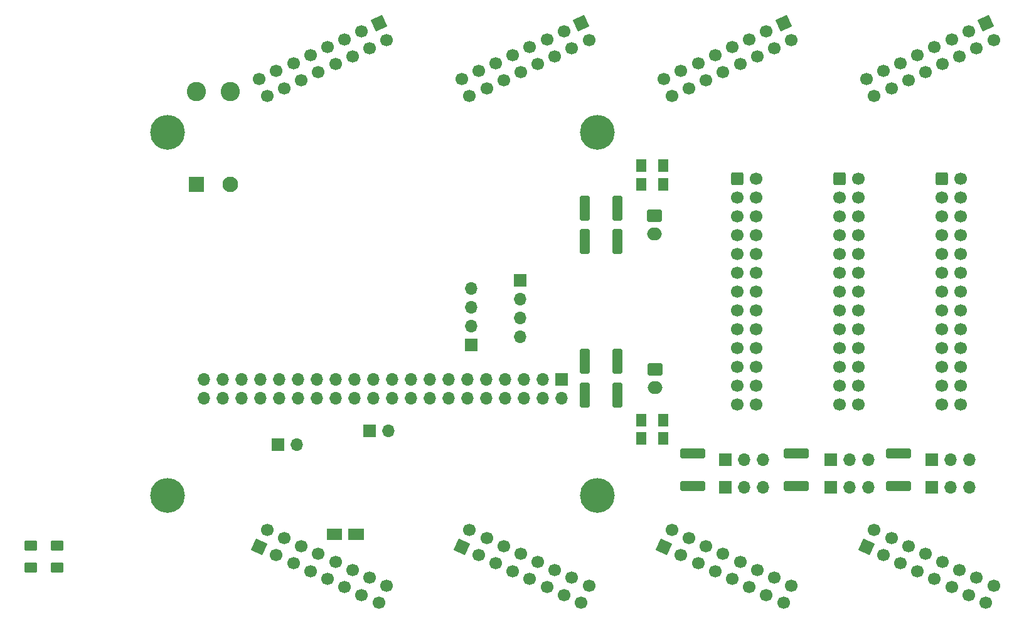
<source format=gbr>
%TF.GenerationSoftware,KiCad,Pcbnew,7.0.7*%
%TF.CreationDate,2023-11-17T22:33:44+01:00*%
%TF.ProjectId,LITEXCNC-HUB75HAT,4c495445-5843-44e4-932d-485542373548,rev?*%
%TF.SameCoordinates,Original*%
%TF.FileFunction,Soldermask,Top*%
%TF.FilePolarity,Negative*%
%FSLAX46Y46*%
G04 Gerber Fmt 4.6, Leading zero omitted, Abs format (unit mm)*
G04 Created by KiCad (PCBNEW 7.0.7) date 2023-11-17 22:33:44*
%MOMM*%
%LPD*%
G01*
G04 APERTURE LIST*
G04 Aperture macros list*
%AMRoundRect*
0 Rectangle with rounded corners*
0 $1 Rounding radius*
0 $2 $3 $4 $5 $6 $7 $8 $9 X,Y pos of 4 corners*
0 Add a 4 corners polygon primitive as box body*
4,1,4,$2,$3,$4,$5,$6,$7,$8,$9,$2,$3,0*
0 Add four circle primitives for the rounded corners*
1,1,$1+$1,$2,$3*
1,1,$1+$1,$4,$5*
1,1,$1+$1,$6,$7*
1,1,$1+$1,$8,$9*
0 Add four rect primitives between the rounded corners*
20,1,$1+$1,$2,$3,$4,$5,0*
20,1,$1+$1,$4,$5,$6,$7,0*
20,1,$1+$1,$6,$7,$8,$9,0*
20,1,$1+$1,$8,$9,$2,$3,0*%
%AMHorizOval*
0 Thick line with rounded ends*
0 $1 width*
0 $2 $3 position (X,Y) of the first rounded end (center of the circle)*
0 $4 $5 position (X,Y) of the second rounded end (center of the circle)*
0 Add line between two ends*
20,1,$1,$2,$3,$4,$5,0*
0 Add two circle primitives to create the rounded ends*
1,1,$1,$2,$3*
1,1,$1,$4,$5*%
%AMRotRect*
0 Rectangle, with rotation*
0 The origin of the aperture is its center*
0 $1 length*
0 $2 width*
0 $3 Rotation angle, in degrees counterclockwise*
0 Add horizontal line*
21,1,$1,$2,0,0,$3*%
%AMFreePoly0*
4,1,6,1.000000,0.000000,0.500000,-0.750000,-0.500000,-0.750000,-0.500000,0.750000,0.500000,0.750000,1.000000,0.000000,1.000000,0.000000,$1*%
G04 Aperture macros list end*
%ADD10R,1.700000X1.700000*%
%ADD11O,1.700000X1.700000*%
%ADD12RoundRect,0.250000X-0.600000X-0.600000X0.600000X-0.600000X0.600000X0.600000X-0.600000X0.600000X0*%
%ADD13C,1.700000*%
%ADD14RoundRect,0.250000X-0.400000X-1.450000X0.400000X-1.450000X0.400000X1.450000X-0.400000X1.450000X0*%
%ADD15RoundRect,0.250000X1.450000X-0.400000X1.450000X0.400000X-1.450000X0.400000X-1.450000X-0.400000X0*%
%ADD16RoundRect,0.250001X0.462499X0.624999X-0.462499X0.624999X-0.462499X-0.624999X0.462499X-0.624999X0*%
%ADD17RoundRect,0.250001X0.624999X-0.462499X0.624999X0.462499X-0.624999X0.462499X-0.624999X-0.462499X0*%
%ADD18RoundRect,0.250000X-0.750000X0.600000X-0.750000X-0.600000X0.750000X-0.600000X0.750000X0.600000X0*%
%ADD19O,2.000000X1.700000*%
%ADD20RoundRect,0.250000X0.400000X1.450000X-0.400000X1.450000X-0.400000X-1.450000X0.400000X-1.450000X0*%
%ADD21R,1.500000X1.500000*%
%ADD22FreePoly0,180.000000*%
%ADD23FreePoly0,0.000000*%
%ADD24C,3.100000*%
%ADD25C,4.700000*%
%ADD26RotRect,1.700000X1.700000X115.000000*%
%ADD27HorizOval,1.700000X0.000000X0.000000X0.000000X0.000000X0*%
%ADD28RotRect,1.700000X1.700000X245.000000*%
%ADD29HorizOval,1.700000X0.000000X0.000000X0.000000X0.000000X0*%
%ADD30C,2.600000*%
%ADD31RoundRect,0.250001X-0.799999X-0.799999X0.799999X-0.799999X0.799999X0.799999X-0.799999X0.799999X0*%
%ADD32C,2.100000*%
G04 APERTURE END LIST*
D10*
%TO.C,J17*%
X76768000Y36772800D03*
D11*
X76768000Y34232800D03*
X74228000Y36772800D03*
X74228000Y34232800D03*
X71688000Y36772800D03*
X71688000Y34232800D03*
X69148000Y36772800D03*
X69148000Y34232800D03*
X66608000Y36772800D03*
X66608000Y34232800D03*
X64068000Y36772800D03*
X64068000Y34232800D03*
X61528000Y36772800D03*
X61528000Y34232800D03*
X58988000Y36772800D03*
X58988000Y34232800D03*
X56448000Y36772800D03*
X56448000Y34232800D03*
X53908000Y36772800D03*
X53908000Y34232800D03*
X51368000Y36772800D03*
X51368000Y34232800D03*
X48828000Y36772800D03*
X48828000Y34232800D03*
X46288000Y36772800D03*
X46288000Y34232800D03*
X43748000Y36772800D03*
X43748000Y34232800D03*
X41208000Y36772800D03*
X41208000Y34232800D03*
X38668000Y36772800D03*
X38668000Y34232800D03*
X36128000Y36772800D03*
X36128000Y34232800D03*
X33588000Y36772800D03*
X33588000Y34232800D03*
X31048000Y36772800D03*
X31048000Y34232800D03*
X28508000Y36772800D03*
X28508000Y34232800D03*
%TD*%
D12*
%TO.C,J2*%
X114270000Y63900000D03*
D13*
X116810000Y63900000D03*
X114270000Y61360000D03*
X116810000Y61360000D03*
X114270000Y58820000D03*
X116810000Y58820000D03*
X114270000Y56280000D03*
X116810000Y56280000D03*
X114270000Y53740000D03*
X116810000Y53740000D03*
X114270000Y51200000D03*
X116810000Y51200000D03*
X114270000Y48660000D03*
X116810000Y48660000D03*
X114270000Y46120000D03*
X116810000Y46120000D03*
X114270000Y43580000D03*
X116810000Y43580000D03*
X114270000Y41040000D03*
X116810000Y41040000D03*
X114270000Y38500000D03*
X116810000Y38500000D03*
X114270000Y35960000D03*
X116810000Y35960000D03*
X114270000Y33420000D03*
X116810000Y33420000D03*
%TD*%
D14*
%TO.C,F3*%
X79877000Y34690000D03*
X84327000Y34690000D03*
%TD*%
%TO.C,F1*%
X79877000Y55376400D03*
X84327000Y55376400D03*
%TD*%
D15*
%TO.C,F7*%
X94446400Y22345600D03*
X94446400Y26795600D03*
%TD*%
D16*
%TO.C,D9*%
X90447500Y28848000D03*
X87472500Y28848000D03*
%TD*%
D10*
%TO.C,JP6*%
X98866000Y22244000D03*
D11*
X101406000Y22244000D03*
X103946000Y22244000D03*
%TD*%
D17*
%TO.C,D1*%
X5140000Y11358500D03*
X5140000Y14333500D03*
%TD*%
D16*
%TO.C,D6*%
X90447500Y65678000D03*
X87472500Y65678000D03*
%TD*%
D10*
%TO.C,JP4*%
X126679000Y22244000D03*
D11*
X129219000Y22244000D03*
X131759000Y22244000D03*
%TD*%
D10*
%TO.C,JP1*%
X126716000Y25927000D03*
D11*
X129256000Y25927000D03*
X131796000Y25927000D03*
%TD*%
D18*
%TO.C,RS485-5*%
X89315600Y58881600D03*
D19*
X89315600Y56381600D03*
%TD*%
D17*
%TO.C,D2*%
X8696000Y11358500D03*
X8696000Y14333500D03*
%TD*%
D10*
%TO.C,JP3*%
X98866000Y25901600D03*
D11*
X101406000Y25901600D03*
X103946000Y25901600D03*
%TD*%
D20*
%TO.C,F4*%
X84327000Y39211200D03*
X79877000Y39211200D03*
%TD*%
D21*
%TO.C,JP7*%
X48758000Y15894000D03*
X46358000Y15894000D03*
D22*
X49558000Y15894000D03*
D23*
X45558000Y15894000D03*
%TD*%
D20*
%TO.C,F2*%
X84327000Y59846800D03*
X79877000Y59846800D03*
%TD*%
D16*
%TO.C,D7*%
X90447500Y63138000D03*
X87472500Y63138000D03*
%TD*%
D18*
%TO.C,RS485-1*%
X89366400Y38155200D03*
D19*
X89366400Y35655200D03*
%TD*%
D10*
%TO.C,JP5*%
X113090000Y22244000D03*
D11*
X115630000Y22244000D03*
X118170000Y22244000D03*
%TD*%
D24*
%TO.C,REF\u002A\u002A*%
X23560000Y70112000D03*
D25*
X23560000Y70112000D03*
%TD*%
D24*
%TO.C,REF\u002A\u002A*%
X81560000Y21112000D03*
D25*
X81560000Y21112000D03*
%TD*%
D15*
%TO.C,F5*%
X122234000Y22345600D03*
X122234000Y26795600D03*
%TD*%
D24*
%TO.C,REF\u002A\u002A*%
X23560000Y21112000D03*
D25*
X23560000Y21112000D03*
%TD*%
D10*
%TO.C,JP2*%
X113105000Y25901600D03*
D11*
X115645000Y25901600D03*
X118185000Y25901600D03*
%TD*%
D15*
%TO.C,F6*%
X108416400Y22345600D03*
X108416400Y26795600D03*
%TD*%
D12*
%TO.C,J3*%
X100464000Y63900000D03*
D13*
X103004000Y63900000D03*
X100464000Y61360000D03*
X103004000Y61360000D03*
X100464000Y58820000D03*
X103004000Y58820000D03*
X100464000Y56280000D03*
X103004000Y56280000D03*
X100464000Y53740000D03*
X103004000Y53740000D03*
X100464000Y51200000D03*
X103004000Y51200000D03*
X100464000Y48660000D03*
X103004000Y48660000D03*
X100464000Y46120000D03*
X103004000Y46120000D03*
X100464000Y43580000D03*
X103004000Y43580000D03*
X100464000Y41040000D03*
X103004000Y41040000D03*
X100464000Y38500000D03*
X103004000Y38500000D03*
X100464000Y35960000D03*
X103004000Y35960000D03*
X100464000Y33420000D03*
X103004000Y33420000D03*
%TD*%
D24*
%TO.C,REF\u002A\u002A*%
X81560000Y70112000D03*
D25*
X81560000Y70112000D03*
%TD*%
D12*
%TO.C,J1*%
X128076000Y63900000D03*
D13*
X130616000Y63900000D03*
X128076000Y61360000D03*
X130616000Y61360000D03*
X128076000Y58820000D03*
X130616000Y58820000D03*
X128076000Y56280000D03*
X130616000Y56280000D03*
X128076000Y53740000D03*
X130616000Y53740000D03*
X128076000Y51200000D03*
X130616000Y51200000D03*
X128076000Y48660000D03*
X130616000Y48660000D03*
X128076000Y46120000D03*
X130616000Y46120000D03*
X128076000Y43580000D03*
X130616000Y43580000D03*
X128076000Y41040000D03*
X130616000Y41040000D03*
X128076000Y38500000D03*
X130616000Y38500000D03*
X128076000Y35960000D03*
X130616000Y35960000D03*
X128076000Y33420000D03*
X130616000Y33420000D03*
%TD*%
D16*
%TO.C,D8*%
X90447500Y31286400D03*
X87472500Y31286400D03*
%TD*%
D10*
%TO.C,J14*%
X38460000Y28000000D03*
D11*
X41000000Y28000000D03*
%TD*%
D10*
%TO.C,J8*%
X71120000Y50165000D03*
D11*
X71120000Y47625000D03*
X71120000Y45085000D03*
X71120000Y42545000D03*
%TD*%
D26*
%TO.C,J4*%
X52070000Y84836000D03*
D27*
X53143450Y82533978D03*
X49767978Y83762550D03*
X50841429Y81460528D03*
X47465956Y82689099D03*
X48539407Y80387077D03*
X45163935Y81615649D03*
X46237385Y79313627D03*
X42861913Y80542198D03*
X43935363Y78240177D03*
X40559891Y79468748D03*
X41633341Y77166726D03*
X38257869Y78395298D03*
X39331320Y76093276D03*
X35955848Y77321847D03*
X37029298Y75019826D03*
%TD*%
D10*
%TO.C,J13*%
X50800000Y29845000D03*
D11*
X53340000Y29845000D03*
%TD*%
D28*
%TO.C,J12*%
X90565848Y14118153D03*
D29*
X91639298Y16420175D03*
X92867870Y13044703D03*
X93941320Y15346724D03*
X95169892Y11971252D03*
X96243342Y14273274D03*
X97471913Y10897802D03*
X98545364Y13199824D03*
X99773935Y9824351D03*
X100847386Y12126373D03*
X102075957Y8750901D03*
X103149407Y11052923D03*
X104377979Y7677451D03*
X105451429Y9979472D03*
X106680000Y6604000D03*
X107753451Y8906022D03*
%TD*%
D28*
%TO.C,J11*%
X117870848Y14118153D03*
D29*
X118944298Y16420175D03*
X120172870Y13044703D03*
X121246320Y15346724D03*
X122474892Y11971252D03*
X123548342Y14273274D03*
X124776913Y10897802D03*
X125850364Y13199824D03*
X127078935Y9824351D03*
X128152386Y12126373D03*
X129380957Y8750901D03*
X130454407Y11052923D03*
X131682979Y7677451D03*
X132756429Y9979472D03*
X133985000Y6604000D03*
X135058451Y8906022D03*
%TD*%
D26*
%TO.C,J6*%
X106680000Y84836000D03*
D27*
X107753450Y82533978D03*
X104377978Y83762550D03*
X105451429Y81460528D03*
X102075956Y82689099D03*
X103149407Y80387077D03*
X99773935Y81615649D03*
X100847385Y79313627D03*
X97471913Y80542198D03*
X98545363Y78240177D03*
X95169891Y79468748D03*
X96243341Y77166726D03*
X92867869Y78395298D03*
X93941320Y76093276D03*
X90565848Y77321847D03*
X91639298Y75019826D03*
%TD*%
D28*
%TO.C,J15*%
X63260848Y14118153D03*
D29*
X64334298Y16420175D03*
X65562870Y13044703D03*
X66636320Y15346724D03*
X67864892Y11971252D03*
X68938342Y14273274D03*
X70166913Y10897802D03*
X71240364Y13199824D03*
X72468935Y9824351D03*
X73542386Y12126373D03*
X74770957Y8750901D03*
X75844407Y11052923D03*
X77072979Y7677451D03*
X78146429Y9979472D03*
X79375000Y6604000D03*
X80448451Y8906022D03*
%TD*%
D10*
%TO.C,J7*%
X64516000Y41402000D03*
D11*
X64516000Y43942000D03*
X64516000Y46482000D03*
X64516000Y49022000D03*
%TD*%
D28*
%TO.C,J16*%
X35955848Y14118153D03*
D29*
X37029298Y16420175D03*
X38257870Y13044703D03*
X39331320Y15346724D03*
X40559892Y11971252D03*
X41633342Y14273274D03*
X42861913Y10897802D03*
X43935364Y13199824D03*
X45163935Y9824351D03*
X46237386Y12126373D03*
X47465957Y8750901D03*
X48539407Y11052923D03*
X49767979Y7677451D03*
X50841429Y9979472D03*
X52070000Y6604000D03*
X53143451Y8906022D03*
%TD*%
D30*
%TO.C,J10*%
X27478000Y75663000D03*
X32078000Y75663000D03*
D31*
X27478000Y63063000D03*
D32*
X32078000Y63063000D03*
%TD*%
D26*
%TO.C,J5*%
X79375000Y84836000D03*
D27*
X80448450Y82533978D03*
X77072978Y83762550D03*
X78146429Y81460528D03*
X74770956Y82689099D03*
X75844407Y80387077D03*
X72468935Y81615649D03*
X73542385Y79313627D03*
X70166913Y80542198D03*
X71240363Y78240177D03*
X67864891Y79468748D03*
X68938341Y77166726D03*
X65562869Y78395298D03*
X66636320Y76093276D03*
X63260848Y77321847D03*
X64334298Y75019826D03*
%TD*%
D26*
%TO.C,J9*%
X133985000Y84836000D03*
D27*
X135058450Y82533978D03*
X131682978Y83762550D03*
X132756429Y81460528D03*
X129380956Y82689099D03*
X130454407Y80387077D03*
X127078935Y81615649D03*
X128152385Y79313627D03*
X124776913Y80542198D03*
X125850363Y78240177D03*
X122474891Y79468748D03*
X123548341Y77166726D03*
X120172869Y78395298D03*
X121246320Y76093276D03*
X117870848Y77321847D03*
X118944298Y75019826D03*
%TD*%
M02*

</source>
